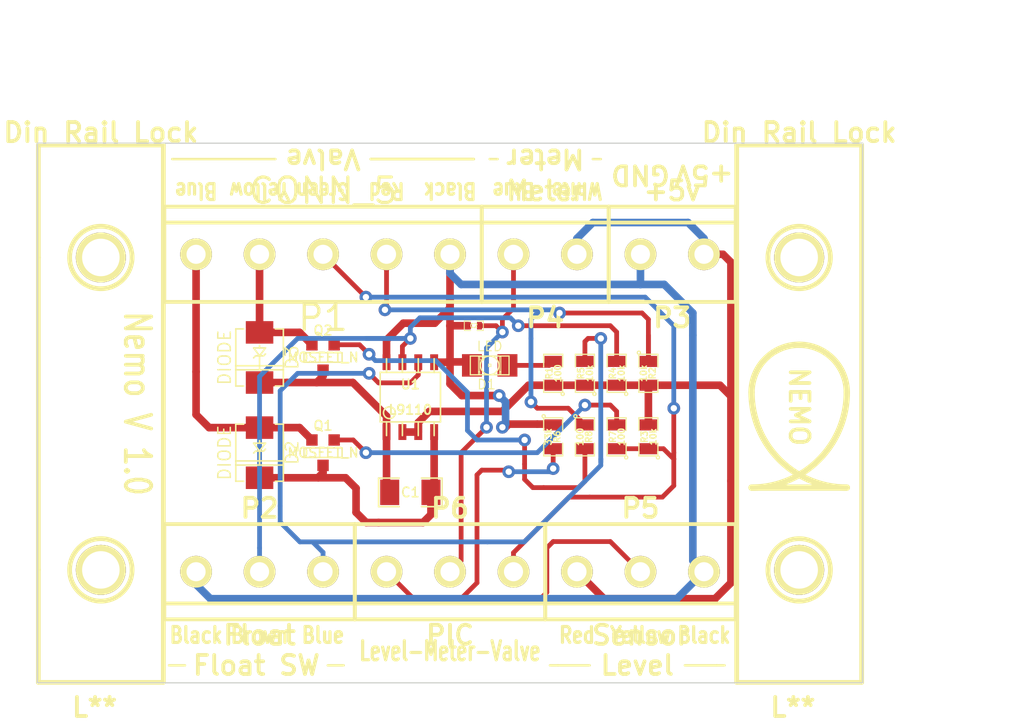
<source format=kicad_pcb>
(kicad_pcb (version 3) (host pcbnew "(2013-07-07 BZR 4022)-stable")

  (general
    (links 43)
    (no_connects 0)
    (area 101.870934 65.857001 190.169714 123.0204)
    (thickness 1.6)
    (drawings 47)
    (tracks 238)
    (zones 0)
    (modules 24)
    (nets 16)
  )

  (page A4)
  (layers
    (15 F.Cu signal)
    (0 B.Cu signal)
    (16 B.Adhes user)
    (17 F.Adhes user)
    (18 B.Paste user)
    (19 F.Paste user)
    (20 B.SilkS user)
    (21 F.SilkS user)
    (22 B.Mask user)
    (23 F.Mask user)
    (24 Dwgs.User user)
    (25 Cmts.User user)
    (26 Eco1.User user)
    (27 Eco2.User user)
    (28 Edge.Cuts user)
  )

  (setup
    (last_trace_width 0.254)
    (user_trace_width 0.381)
    (user_trace_width 0.6096)
    (trace_clearance 0.254)
    (zone_clearance 0.508)
    (zone_45_only no)
    (trace_min 0.00762)
    (segment_width 0.2)
    (edge_width 0.1)
    (via_size 0.889)
    (via_drill 0.635)
    (via_min_size 0.03556)
    (via_min_drill 0.508)
    (user_via 1.016 0.508)
    (uvia_size 0.508)
    (uvia_drill 0.127)
    (uvias_allowed no)
    (uvia_min_size 0.02032)
    (uvia_min_drill 0.127)
    (pcb_text_width 0.3)
    (pcb_text_size 1.5 1.5)
    (mod_edge_width 0.15)
    (mod_text_size 1 1)
    (mod_text_width 0.15)
    (pad_size 2.54 2.54)
    (pad_drill 1.524)
    (pad_to_mask_clearance 0)
    (aux_axis_origin 0 0)
    (visible_elements 7FFFFFEF)
    (pcbplotparams
      (layerselection 283148289)
      (usegerberextensions true)
      (excludeedgelayer true)
      (linewidth 0.150000)
      (plotframeref false)
      (viasonmask false)
      (mode 1)
      (useauxorigin false)
      (hpglpennumber 1)
      (hpglpenspeed 20)
      (hpglpendiameter 15)
      (hpglpenoverlay 2)
      (psnegative false)
      (psa4output false)
      (plotreference false)
      (plotvalue false)
      (plotothertext false)
      (plotinvisibletext false)
      (padsonsilk false)
      (subtractmaskfromsilk false)
      (outputformat 1)
      (mirror false)
      (drillshape 0)
      (scaleselection 1)
      (outputdirectory ""))
  )

  (net 0 "")
  (net 1 +5V)
  (net 2 GND)
  (net 3 N-000001)
  (net 4 N-0000015)
  (net 5 N-0000016)
  (net 6 N-0000017)
  (net 7 N-0000018)
  (net 8 N-0000019)
  (net 9 N-0000020)
  (net 10 N-000003)
  (net 11 N-000004)
  (net 12 N-000005)
  (net 13 N-000007)
  (net 14 N-000008)
  (net 15 N-000009)

  (net_class Default "This is the default net class."
    (clearance 0.254)
    (trace_width 0.254)
    (via_dia 0.889)
    (via_drill 0.635)
    (uvia_dia 0.508)
    (uvia_drill 0.127)
    (add_net "")
    (add_net +5V)
    (add_net GND)
    (add_net N-000001)
    (add_net N-0000015)
    (add_net N-0000016)
    (add_net N-0000017)
    (add_net N-0000018)
    (add_net N-0000019)
    (add_net N-0000020)
    (add_net N-000003)
    (add_net N-000004)
    (add_net N-000005)
    (add_net N-000007)
    (add_net N-000008)
    (add_net N-000009)
  )

  (module SOT23GDS (layer F.Cu) (tedit 50911E03) (tstamp 57934A1A)
    (at 131.064 94.107)
    (descr "Module CMS SOT23 Transistore EBC")
    (tags "CMS SOT")
    (path /579084CF)
    (attr smd)
    (fp_text reference Q2 (at 0 -2.159) (layer F.SilkS)
      (effects (font (size 0.762 0.762) (thickness 0.12954)))
    )
    (fp_text value MOSFET_N (at 0 0) (layer F.SilkS)
      (effects (font (size 0.762 0.762) (thickness 0.12954)))
    )
    (fp_line (start -1.524 -0.381) (end 1.524 -0.381) (layer F.SilkS) (width 0.11938))
    (fp_line (start 1.524 -0.381) (end 1.524 0.381) (layer F.SilkS) (width 0.11938))
    (fp_line (start 1.524 0.381) (end -1.524 0.381) (layer F.SilkS) (width 0.11938))
    (fp_line (start -1.524 0.381) (end -1.524 -0.381) (layer F.SilkS) (width 0.11938))
    (pad S smd rect (at -0.889 -1.016) (size 0.9144 0.9144)
      (layers F.Cu F.Paste F.Mask)
      (net 5 N-0000016)
    )
    (pad G smd rect (at 0.889 -1.016) (size 0.9144 0.9144)
      (layers F.Cu F.Paste F.Mask)
      (net 14 N-000008)
    )
    (pad D smd rect (at 0 1.016) (size 0.9144 0.9144)
      (layers F.Cu F.Paste F.Mask)
      (net 9 N-0000020)
    )
    (model smd/cms_sot23.wrl
      (at (xyz 0 0 0))
      (scale (xyz 0.13 0.15 0.15))
      (rotate (xyz 0 0 0))
    )
  )

  (module SOT23GDS (layer F.Cu) (tedit 50911E03) (tstamp 57934A25)
    (at 131.064 101.727)
    (descr "Module CMS SOT23 Transistore EBC")
    (tags "CMS SOT")
    (path /57908404)
    (attr smd)
    (fp_text reference Q1 (at 0 -2.159) (layer F.SilkS)
      (effects (font (size 0.762 0.762) (thickness 0.12954)))
    )
    (fp_text value MOSFET_N (at 0 0) (layer F.SilkS)
      (effects (font (size 0.762 0.762) (thickness 0.12954)))
    )
    (fp_line (start -1.524 -0.381) (end 1.524 -0.381) (layer F.SilkS) (width 0.11938))
    (fp_line (start 1.524 -0.381) (end 1.524 0.381) (layer F.SilkS) (width 0.11938))
    (fp_line (start 1.524 0.381) (end -1.524 0.381) (layer F.SilkS) (width 0.11938))
    (fp_line (start -1.524 0.381) (end -1.524 -0.381) (layer F.SilkS) (width 0.11938))
    (pad S smd rect (at -0.889 -1.016) (size 0.9144 0.9144)
      (layers F.Cu F.Paste F.Mask)
      (net 15 N-000009)
    )
    (pad G smd rect (at 0.889 -1.016) (size 0.9144 0.9144)
      (layers F.Cu F.Paste F.Mask)
      (net 12 N-000005)
    )
    (pad D smd rect (at 0 1.016) (size 0.9144 0.9144)
      (layers F.Cu F.Paste F.Mask)
      (net 4 N-0000015)
    )
    (model smd/cms_sot23.wrl
      (at (xyz 0 0 0))
      (scale (xyz 0.13 0.15 0.15))
      (rotate (xyz 0 0 0))
    )
  )

  (module so-8 (layer F.Cu) (tedit 48A6C16E) (tstamp 57934A3E)
    (at 138.049 97.282)
    (descr SO-8)
    (path /57907AD3)
    (attr smd)
    (fp_text reference U1 (at 0 -1.016) (layer F.SilkS)
      (effects (font (size 0.7493 0.7493) (thickness 0.14986)))
    )
    (fp_text value L9110 (at 0 1.016) (layer F.SilkS)
      (effects (font (size 0.7493 0.7493) (thickness 0.14986)))
    )
    (fp_line (start -2.413 -1.9812) (end -2.413 1.9812) (layer F.SilkS) (width 0.127))
    (fp_line (start -2.413 1.9812) (end 2.413 1.9812) (layer F.SilkS) (width 0.127))
    (fp_line (start 2.413 1.9812) (end 2.413 -1.9812) (layer F.SilkS) (width 0.127))
    (fp_line (start 2.413 -1.9812) (end -2.413 -1.9812) (layer F.SilkS) (width 0.127))
    (fp_line (start -1.905 -1.9812) (end -1.905 -3.0734) (layer F.SilkS) (width 0.127))
    (fp_line (start -0.635 -1.9812) (end -0.635 -3.0734) (layer F.SilkS) (width 0.127))
    (fp_line (start 0.635 -1.9812) (end 0.635 -3.0734) (layer F.SilkS) (width 0.127))
    (fp_line (start 1.905 -3.0734) (end 1.905 -1.9812) (layer F.SilkS) (width 0.127))
    (fp_line (start 1.905 1.9812) (end 1.905 3.0734) (layer F.SilkS) (width 0.127))
    (fp_line (start 0.635 3.0734) (end 0.635 1.9812) (layer F.SilkS) (width 0.127))
    (fp_line (start -0.635 3.0734) (end -0.635 1.9812) (layer F.SilkS) (width 0.127))
    (fp_line (start -1.905 3.0734) (end -1.905 1.9812) (layer F.SilkS) (width 0.127))
    (fp_circle (center -1.6764 1.2446) (end -1.9558 1.6256) (layer F.SilkS) (width 0.127))
    (pad 1 smd rect (at -1.905 2.794) (size 0.635 1.27)
      (layers F.Cu F.Paste F.Mask)
      (net 9 N-0000020)
    )
    (pad 2 smd rect (at -0.635 2.794) (size 0.635 1.27)
      (layers F.Cu F.Paste F.Mask)
      (net 1 +5V)
    )
    (pad 3 smd rect (at 0.635 2.794) (size 0.635 1.27)
      (layers F.Cu F.Paste F.Mask)
      (net 1 +5V)
    )
    (pad 4 smd rect (at 1.905 2.794) (size 0.635 1.27)
      (layers F.Cu F.Paste F.Mask)
      (net 4 N-0000015)
    )
    (pad 5 smd rect (at 1.905 -2.794) (size 0.635 1.27)
      (layers F.Cu F.Paste F.Mask)
      (net 2 GND)
    )
    (pad 6 smd rect (at 0.635 -2.794) (size 0.635 1.27)
      (layers F.Cu F.Paste F.Mask)
      (net 7 N-0000018)
    )
    (pad 7 smd rect (at -0.635 -2.794) (size 0.635 1.27)
      (layers F.Cu F.Paste F.Mask)
      (net 6 N-0000017)
    )
    (pad 8 smd rect (at -1.905 -2.794) (size 0.635 1.27)
      (layers F.Cu F.Paste F.Mask)
      (net 2 GND)
    )
    (model smd/smd_dil/so-8.wrl
      (at (xyz 0 0 0))
      (scale (xyz 1 1 1))
      (rotate (xyz 0 0 0))
    )
  )

  (module SM1206 (layer F.Cu) (tedit 42806E24) (tstamp 57934A4A)
    (at 138.049 104.902)
    (path /577A0FF0)
    (attr smd)
    (fp_text reference C1 (at 0 0) (layer F.SilkS)
      (effects (font (size 0.762 0.762) (thickness 0.127)))
    )
    (fp_text value 0.1uF (at 0 0) (layer F.SilkS) hide
      (effects (font (size 0.762 0.762) (thickness 0.127)))
    )
    (fp_line (start -2.54 -1.143) (end -2.54 1.143) (layer F.SilkS) (width 0.127))
    (fp_line (start -2.54 1.143) (end -0.889 1.143) (layer F.SilkS) (width 0.127))
    (fp_line (start 0.889 -1.143) (end 2.54 -1.143) (layer F.SilkS) (width 0.127))
    (fp_line (start 2.54 -1.143) (end 2.54 1.143) (layer F.SilkS) (width 0.127))
    (fp_line (start 2.54 1.143) (end 0.889 1.143) (layer F.SilkS) (width 0.127))
    (fp_line (start -0.889 -1.143) (end -2.54 -1.143) (layer F.SilkS) (width 0.127))
    (pad 1 smd rect (at -1.651 0) (size 1.524 2.032)
      (layers F.Cu F.Paste F.Mask)
      (net 9 N-0000020)
    )
    (pad 2 smd rect (at 1.651 0) (size 1.524 2.032)
      (layers F.Cu F.Paste F.Mask)
      (net 4 N-0000015)
    )
    (model smd/chip_cms.wrl
      (at (xyz 0 0 0))
      (scale (xyz 0.17 0.16 0.16))
      (rotate (xyz 0 0 0))
    )
  )

  (module SM0805 (layer F.Cu) (tedit 5091495C) (tstamp 57934A57)
    (at 157.099 100.457 90)
    (path /577A1210)
    (attr smd)
    (fp_text reference R3 (at 0 -0.3175 90) (layer F.SilkS)
      (effects (font (size 0.50038 0.50038) (thickness 0.10922)))
    )
    (fp_text value 10k (at 0 0.381 90) (layer F.SilkS)
      (effects (font (size 0.50038 0.50038) (thickness 0.10922)))
    )
    (fp_circle (center -1.651 0.762) (end -1.651 0.635) (layer F.SilkS) (width 0.09906))
    (fp_line (start -0.508 0.762) (end -1.524 0.762) (layer F.SilkS) (width 0.09906))
    (fp_line (start -1.524 0.762) (end -1.524 -0.762) (layer F.SilkS) (width 0.09906))
    (fp_line (start -1.524 -0.762) (end -0.508 -0.762) (layer F.SilkS) (width 0.09906))
    (fp_line (start 0.508 -0.762) (end 1.524 -0.762) (layer F.SilkS) (width 0.09906))
    (fp_line (start 1.524 -0.762) (end 1.524 0.762) (layer F.SilkS) (width 0.09906))
    (fp_line (start 1.524 0.762) (end 0.508 0.762) (layer F.SilkS) (width 0.09906))
    (pad 1 smd rect (at -0.9525 0 90) (size 0.889 1.397)
      (layers F.Cu F.Paste F.Mask)
      (net 10 N-000003)
    )
    (pad 2 smd rect (at 0.9525 0 90) (size 0.889 1.397)
      (layers F.Cu F.Paste F.Mask)
      (net 1 +5V)
    )
    (model smd/chip_cms.wrl
      (at (xyz 0 0 0))
      (scale (xyz 0.1 0.1 0.1))
      (rotate (xyz 0 0 0))
    )
  )

  (module SM0805 (layer F.Cu) (tedit 5091495C) (tstamp 57934A64)
    (at 157.099 95.377 270)
    (path /577A1201)
    (attr smd)
    (fp_text reference R2 (at 0 -0.3175 270) (layer F.SilkS)
      (effects (font (size 0.50038 0.50038) (thickness 0.10922)))
    )
    (fp_text value 10k (at 0 0.381 270) (layer F.SilkS)
      (effects (font (size 0.50038 0.50038) (thickness 0.10922)))
    )
    (fp_circle (center -1.651 0.762) (end -1.651 0.635) (layer F.SilkS) (width 0.09906))
    (fp_line (start -0.508 0.762) (end -1.524 0.762) (layer F.SilkS) (width 0.09906))
    (fp_line (start -1.524 0.762) (end -1.524 -0.762) (layer F.SilkS) (width 0.09906))
    (fp_line (start -1.524 -0.762) (end -0.508 -0.762) (layer F.SilkS) (width 0.09906))
    (fp_line (start 0.508 -0.762) (end 1.524 -0.762) (layer F.SilkS) (width 0.09906))
    (fp_line (start 1.524 -0.762) (end 1.524 0.762) (layer F.SilkS) (width 0.09906))
    (fp_line (start 1.524 0.762) (end 0.508 0.762) (layer F.SilkS) (width 0.09906))
    (pad 1 smd rect (at -0.9525 0 270) (size 0.889 1.397)
      (layers F.Cu F.Paste F.Mask)
      (net 13 N-000007)
    )
    (pad 2 smd rect (at 0.9525 0 270) (size 0.889 1.397)
      (layers F.Cu F.Paste F.Mask)
      (net 1 +5V)
    )
    (model smd/chip_cms.wrl
      (at (xyz 0 0 0))
      (scale (xyz 0.1 0.1 0.1))
      (rotate (xyz 0 0 0))
    )
  )

  (module SM0805 (layer F.Cu) (tedit 5091495C) (tstamp 57934A71)
    (at 154.559 95.377 90)
    (path /577A1520)
    (attr smd)
    (fp_text reference R4 (at 0 -0.3175 90) (layer F.SilkS)
      (effects (font (size 0.50038 0.50038) (thickness 0.10922)))
    )
    (fp_text value 10k (at 0 0.381 90) (layer F.SilkS)
      (effects (font (size 0.50038 0.50038) (thickness 0.10922)))
    )
    (fp_circle (center -1.651 0.762) (end -1.651 0.635) (layer F.SilkS) (width 0.09906))
    (fp_line (start -0.508 0.762) (end -1.524 0.762) (layer F.SilkS) (width 0.09906))
    (fp_line (start -1.524 0.762) (end -1.524 -0.762) (layer F.SilkS) (width 0.09906))
    (fp_line (start -1.524 -0.762) (end -0.508 -0.762) (layer F.SilkS) (width 0.09906))
    (fp_line (start 0.508 -0.762) (end 1.524 -0.762) (layer F.SilkS) (width 0.09906))
    (fp_line (start 1.524 -0.762) (end 1.524 0.762) (layer F.SilkS) (width 0.09906))
    (fp_line (start 1.524 0.762) (end 0.508 0.762) (layer F.SilkS) (width 0.09906))
    (pad 1 smd rect (at -0.9525 0 90) (size 0.889 1.397)
      (layers F.Cu F.Paste F.Mask)
      (net 1 +5V)
    )
    (pad 2 smd rect (at 0.9525 0 90) (size 0.889 1.397)
      (layers F.Cu F.Paste F.Mask)
      (net 6 N-0000017)
    )
    (model smd/chip_cms.wrl
      (at (xyz 0 0 0))
      (scale (xyz 0.1 0.1 0.1))
      (rotate (xyz 0 0 0))
    )
  )

  (module SM0805 (layer F.Cu) (tedit 5091495C) (tstamp 57934A7E)
    (at 152.019 95.377 90)
    (path /577A152F)
    (attr smd)
    (fp_text reference R5 (at 0 -0.3175 90) (layer F.SilkS)
      (effects (font (size 0.50038 0.50038) (thickness 0.10922)))
    )
    (fp_text value 10k (at 0 0.381 90) (layer F.SilkS)
      (effects (font (size 0.50038 0.50038) (thickness 0.10922)))
    )
    (fp_circle (center -1.651 0.762) (end -1.651 0.635) (layer F.SilkS) (width 0.09906))
    (fp_line (start -0.508 0.762) (end -1.524 0.762) (layer F.SilkS) (width 0.09906))
    (fp_line (start -1.524 0.762) (end -1.524 -0.762) (layer F.SilkS) (width 0.09906))
    (fp_line (start -1.524 -0.762) (end -0.508 -0.762) (layer F.SilkS) (width 0.09906))
    (fp_line (start 0.508 -0.762) (end 1.524 -0.762) (layer F.SilkS) (width 0.09906))
    (fp_line (start 1.524 -0.762) (end 1.524 0.762) (layer F.SilkS) (width 0.09906))
    (fp_line (start 1.524 0.762) (end 0.508 0.762) (layer F.SilkS) (width 0.09906))
    (pad 1 smd rect (at -0.9525 0 90) (size 0.889 1.397)
      (layers F.Cu F.Paste F.Mask)
      (net 1 +5V)
    )
    (pad 2 smd rect (at 0.9525 0 90) (size 0.889 1.397)
      (layers F.Cu F.Paste F.Mask)
      (net 7 N-0000018)
    )
    (model smd/chip_cms.wrl
      (at (xyz 0 0 0))
      (scale (xyz 0.1 0.1 0.1))
      (rotate (xyz 0 0 0))
    )
  )

  (module SM0805 (layer F.Cu) (tedit 5091495C) (tstamp 57934A8B)
    (at 149.479 95.377 90)
    (path /577A18E4)
    (attr smd)
    (fp_text reference R1 (at 0 -0.3175 90) (layer F.SilkS)
      (effects (font (size 0.50038 0.50038) (thickness 0.10922)))
    )
    (fp_text value 100 (at 0 0.381 90) (layer F.SilkS)
      (effects (font (size 0.50038 0.50038) (thickness 0.10922)))
    )
    (fp_circle (center -1.651 0.762) (end -1.651 0.635) (layer F.SilkS) (width 0.09906))
    (fp_line (start -0.508 0.762) (end -1.524 0.762) (layer F.SilkS) (width 0.09906))
    (fp_line (start -1.524 0.762) (end -1.524 -0.762) (layer F.SilkS) (width 0.09906))
    (fp_line (start -1.524 -0.762) (end -0.508 -0.762) (layer F.SilkS) (width 0.09906))
    (fp_line (start 0.508 -0.762) (end 1.524 -0.762) (layer F.SilkS) (width 0.09906))
    (fp_line (start 1.524 -0.762) (end 1.524 0.762) (layer F.SilkS) (width 0.09906))
    (fp_line (start 1.524 0.762) (end 0.508 0.762) (layer F.SilkS) (width 0.09906))
    (pad 1 smd rect (at -0.9525 0 90) (size 0.889 1.397)
      (layers F.Cu F.Paste F.Mask)
      (net 1 +5V)
    )
    (pad 2 smd rect (at 0.9525 0 90) (size 0.889 1.397)
      (layers F.Cu F.Paste F.Mask)
      (net 8 N-0000019)
    )
    (model smd/chip_cms.wrl
      (at (xyz 0 0 0))
      (scale (xyz 0.1 0.1 0.1))
      (rotate (xyz 0 0 0))
    )
  )

  (module SM0805 (layer F.Cu) (tedit 5091495C) (tstamp 57934A98)
    (at 152.019 100.457 270)
    (path /5785EE12)
    (attr smd)
    (fp_text reference R8 (at 0 -0.3175 270) (layer F.SilkS)
      (effects (font (size 0.50038 0.50038) (thickness 0.10922)))
    )
    (fp_text value 100 (at 0 0.381 270) (layer F.SilkS)
      (effects (font (size 0.50038 0.50038) (thickness 0.10922)))
    )
    (fp_circle (center -1.651 0.762) (end -1.651 0.635) (layer F.SilkS) (width 0.09906))
    (fp_line (start -0.508 0.762) (end -1.524 0.762) (layer F.SilkS) (width 0.09906))
    (fp_line (start -1.524 0.762) (end -1.524 -0.762) (layer F.SilkS) (width 0.09906))
    (fp_line (start -1.524 -0.762) (end -0.508 -0.762) (layer F.SilkS) (width 0.09906))
    (fp_line (start 0.508 -0.762) (end 1.524 -0.762) (layer F.SilkS) (width 0.09906))
    (fp_line (start 1.524 -0.762) (end 1.524 0.762) (layer F.SilkS) (width 0.09906))
    (fp_line (start 1.524 0.762) (end 0.508 0.762) (layer F.SilkS) (width 0.09906))
    (pad 1 smd rect (at -0.9525 0 270) (size 0.889 1.397)
      (layers F.Cu F.Paste F.Mask)
      (net 13 N-000007)
    )
    (pad 2 smd rect (at 0.9525 0 270) (size 0.889 1.397)
      (layers F.Cu F.Paste F.Mask)
      (net 14 N-000008)
    )
    (model smd/chip_cms.wrl
      (at (xyz 0 0 0))
      (scale (xyz 0.1 0.1 0.1))
      (rotate (xyz 0 0 0))
    )
  )

  (module SM0805 (layer F.Cu) (tedit 5091495C) (tstamp 57934AA5)
    (at 154.559 100.457 90)
    (path /5785E8C6)
    (attr smd)
    (fp_text reference R7 (at 0 -0.3175 90) (layer F.SilkS)
      (effects (font (size 0.50038 0.50038) (thickness 0.10922)))
    )
    (fp_text value 100 (at 0 0.381 90) (layer F.SilkS)
      (effects (font (size 0.50038 0.50038) (thickness 0.10922)))
    )
    (fp_circle (center -1.651 0.762) (end -1.651 0.635) (layer F.SilkS) (width 0.09906))
    (fp_line (start -0.508 0.762) (end -1.524 0.762) (layer F.SilkS) (width 0.09906))
    (fp_line (start -1.524 0.762) (end -1.524 -0.762) (layer F.SilkS) (width 0.09906))
    (fp_line (start -1.524 -0.762) (end -0.508 -0.762) (layer F.SilkS) (width 0.09906))
    (fp_line (start 0.508 -0.762) (end 1.524 -0.762) (layer F.SilkS) (width 0.09906))
    (fp_line (start 1.524 -0.762) (end 1.524 0.762) (layer F.SilkS) (width 0.09906))
    (fp_line (start 1.524 0.762) (end 0.508 0.762) (layer F.SilkS) (width 0.09906))
    (pad 1 smd rect (at -0.9525 0 90) (size 0.889 1.397)
      (layers F.Cu F.Paste F.Mask)
      (net 10 N-000003)
    )
    (pad 2 smd rect (at 0.9525 0 90) (size 0.889 1.397)
      (layers F.Cu F.Paste F.Mask)
      (net 12 N-000005)
    )
    (model smd/chip_cms.wrl
      (at (xyz 0 0 0))
      (scale (xyz 0.1 0.1 0.1))
      (rotate (xyz 0 0 0))
    )
  )

  (module SM0805 (layer F.Cu) (tedit 5091495C) (tstamp 57934AB2)
    (at 149.479 100.457 270)
    (path /577A1E59)
    (attr smd)
    (fp_text reference R6 (at 0 -0.3175 270) (layer F.SilkS)
      (effects (font (size 0.50038 0.50038) (thickness 0.10922)))
    )
    (fp_text value 33k (at 0 0.381 270) (layer F.SilkS)
      (effects (font (size 0.50038 0.50038) (thickness 0.10922)))
    )
    (fp_circle (center -1.651 0.762) (end -1.651 0.635) (layer F.SilkS) (width 0.09906))
    (fp_line (start -0.508 0.762) (end -1.524 0.762) (layer F.SilkS) (width 0.09906))
    (fp_line (start -1.524 0.762) (end -1.524 -0.762) (layer F.SilkS) (width 0.09906))
    (fp_line (start -1.524 -0.762) (end -0.508 -0.762) (layer F.SilkS) (width 0.09906))
    (fp_line (start 0.508 -0.762) (end 1.524 -0.762) (layer F.SilkS) (width 0.09906))
    (fp_line (start 1.524 -0.762) (end 1.524 0.762) (layer F.SilkS) (width 0.09906))
    (fp_line (start 1.524 0.762) (end 0.508 0.762) (layer F.SilkS) (width 0.09906))
    (pad 1 smd rect (at -0.9525 0 270) (size 0.889 1.397)
      (layers F.Cu F.Paste F.Mask)
      (net 2 GND)
    )
    (pad 2 smd rect (at 0.9525 0 270) (size 0.889 1.397)
      (layers F.Cu F.Paste F.Mask)
      (net 3 N-000001)
    )
    (model smd/chip_cms.wrl
      (at (xyz 0 0 0))
      (scale (xyz 0.1 0.1 0.1))
      (rotate (xyz 0 0 0))
    )
  )

  (module SM0402 (layer F.Cu) (tedit 50A4E0BA) (tstamp 57934ABE)
    (at 143.129 91.567)
    (path /577A1BAA)
    (attr smd)
    (fp_text reference C2 (at 0 0) (layer F.SilkS)
      (effects (font (size 0.35052 0.3048) (thickness 0.07112)))
    )
    (fp_text value 1nF (at 0.09906 0) (layer F.SilkS) hide
      (effects (font (size 0.35052 0.3048) (thickness 0.07112)))
    )
    (fp_line (start -0.254 -0.381) (end -0.762 -0.381) (layer F.SilkS) (width 0.07112))
    (fp_line (start -0.762 -0.381) (end -0.762 0.381) (layer F.SilkS) (width 0.07112))
    (fp_line (start -0.762 0.381) (end -0.254 0.381) (layer F.SilkS) (width 0.07112))
    (fp_line (start 0.254 -0.381) (end 0.762 -0.381) (layer F.SilkS) (width 0.07112))
    (fp_line (start 0.762 -0.381) (end 0.762 0.381) (layer F.SilkS) (width 0.07112))
    (fp_line (start 0.762 0.381) (end 0.254 0.381) (layer F.SilkS) (width 0.07112))
    (pad 1 smd rect (at -0.44958 0) (size 0.39878 0.59944)
      (layers F.Cu F.Paste F.Mask)
      (net 2 GND)
    )
    (pad 2 smd rect (at 0.44958 0) (size 0.39878 0.59944)
      (layers F.Cu F.Paste F.Mask)
      (net 11 N-000004)
    )
    (model smd\chip_cms.wrl
      (at (xyz 0 0 0.002))
      (scale (xyz 0.05 0.05 0.05))
      (rotate (xyz 0 0 0))
    )
  )

  (module LED-1206 (layer F.Cu) (tedit 49BFA1FF) (tstamp 57934AE8)
    (at 144.399 94.742 180)
    (descr "LED 1206 smd package")
    (tags "LED1206 SMD")
    (path /577A18A8)
    (attr smd)
    (fp_text reference D1 (at 0.254 -1.524 180) (layer F.SilkS)
      (effects (font (size 0.762 0.762) (thickness 0.0889)))
    )
    (fp_text value LED (at 0 1.524 180) (layer F.SilkS)
      (effects (font (size 0.762 0.762) (thickness 0.0889)))
    )
    (fp_line (start -0.09906 0.09906) (end 0.09906 0.09906) (layer F.SilkS) (width 0.06604))
    (fp_line (start 0.09906 0.09906) (end 0.09906 -0.09906) (layer F.SilkS) (width 0.06604))
    (fp_line (start -0.09906 -0.09906) (end 0.09906 -0.09906) (layer F.SilkS) (width 0.06604))
    (fp_line (start -0.09906 0.09906) (end -0.09906 -0.09906) (layer F.SilkS) (width 0.06604))
    (fp_line (start 0.44958 0.6985) (end 0.79756 0.6985) (layer F.SilkS) (width 0.06604))
    (fp_line (start 0.79756 0.6985) (end 0.79756 0.44958) (layer F.SilkS) (width 0.06604))
    (fp_line (start 0.44958 0.44958) (end 0.79756 0.44958) (layer F.SilkS) (width 0.06604))
    (fp_line (start 0.44958 0.6985) (end 0.44958 0.44958) (layer F.SilkS) (width 0.06604))
    (fp_line (start 0.79756 0.6985) (end 0.89916 0.6985) (layer F.SilkS) (width 0.06604))
    (fp_line (start 0.89916 0.6985) (end 0.89916 -0.49784) (layer F.SilkS) (width 0.06604))
    (fp_line (start 0.79756 -0.49784) (end 0.89916 -0.49784) (layer F.SilkS) (width 0.06604))
    (fp_line (start 0.79756 0.6985) (end 0.79756 -0.49784) (layer F.SilkS) (width 0.06604))
    (fp_line (start 0.79756 -0.54864) (end 0.89916 -0.54864) (layer F.SilkS) (width 0.06604))
    (fp_line (start 0.89916 -0.54864) (end 0.89916 -0.6985) (layer F.SilkS) (width 0.06604))
    (fp_line (start 0.79756 -0.6985) (end 0.89916 -0.6985) (layer F.SilkS) (width 0.06604))
    (fp_line (start 0.79756 -0.54864) (end 0.79756 -0.6985) (layer F.SilkS) (width 0.06604))
    (fp_line (start -0.89916 0.6985) (end -0.79756 0.6985) (layer F.SilkS) (width 0.06604))
    (fp_line (start -0.79756 0.6985) (end -0.79756 -0.49784) (layer F.SilkS) (width 0.06604))
    (fp_line (start -0.89916 -0.49784) (end -0.79756 -0.49784) (layer F.SilkS) (width 0.06604))
    (fp_line (start -0.89916 0.6985) (end -0.89916 -0.49784) (layer F.SilkS) (width 0.06604))
    (fp_line (start -0.89916 -0.54864) (end -0.79756 -0.54864) (layer F.SilkS) (width 0.06604))
    (fp_line (start -0.79756 -0.54864) (end -0.79756 -0.6985) (layer F.SilkS) (width 0.06604))
    (fp_line (start -0.89916 -0.6985) (end -0.79756 -0.6985) (layer F.SilkS) (width 0.06604))
    (fp_line (start -0.89916 -0.54864) (end -0.89916 -0.6985) (layer F.SilkS) (width 0.06604))
    (fp_line (start 0.44958 0.6985) (end 0.59944 0.6985) (layer F.SilkS) (width 0.06604))
    (fp_line (start 0.59944 0.6985) (end 0.59944 0.44958) (layer F.SilkS) (width 0.06604))
    (fp_line (start 0.44958 0.44958) (end 0.59944 0.44958) (layer F.SilkS) (width 0.06604))
    (fp_line (start 0.44958 0.6985) (end 0.44958 0.44958) (layer F.SilkS) (width 0.06604))
    (fp_line (start 1.5494 0.7493) (end -1.5494 0.7493) (layer F.SilkS) (width 0.1016))
    (fp_line (start -1.5494 0.7493) (end -1.5494 -0.7493) (layer F.SilkS) (width 0.1016))
    (fp_line (start -1.5494 -0.7493) (end 1.5494 -0.7493) (layer F.SilkS) (width 0.1016))
    (fp_line (start 1.5494 -0.7493) (end 1.5494 0.7493) (layer F.SilkS) (width 0.1016))
    (fp_arc (start 0 0) (end 0.54864 0.49784) (angle 95.4) (layer F.SilkS) (width 0.1016))
    (fp_arc (start 0 0) (end -0.54864 0.49784) (angle 84.5) (layer F.SilkS) (width 0.1016))
    (fp_arc (start 0 0) (end -0.54864 -0.49784) (angle 95.4) (layer F.SilkS) (width 0.1016))
    (fp_arc (start 0 0) (end 0.54864 -0.49784) (angle 84.5) (layer F.SilkS) (width 0.1016))
    (pad 1 smd rect (at -1.41986 0 180) (size 1.59766 1.80086)
      (layers F.Cu F.Paste F.Mask)
      (net 8 N-0000019)
    )
    (pad 2 smd rect (at 1.41986 0 180) (size 1.59766 1.80086)
      (layers F.Cu F.Paste F.Mask)
      (net 2 GND)
    )
  )

  (module "DO-214AA(SMB)" (layer F.Cu) (tedit 50924A37) (tstamp 57934B00)
    (at 125.984 101.727 270)
    (descr "DO-214AA (SMB)  PACKAGE.")
    (tags "DO-214AA SMB")
    (path /577A10F8)
    (attr smd)
    (fp_text reference D2 (at 0 -2.60096 270) (layer F.SilkS)
      (effects (font (size 1.00076 1.00076) (thickness 0.11938)))
    )
    (fp_text value DIODE (at 0 2.79908 270) (layer F.SilkS)
      (effects (font (size 1.00076 1.00076) (thickness 0.11938)))
    )
    (fp_line (start -0.762 0) (end -0.9652 0) (layer F.SilkS) (width 0.127))
    (fp_line (start -2.286 -1.905) (end 2.286 -1.905) (layer F.SilkS) (width 0.127))
    (fp_line (start 2.286 -1.905) (end 2.286 -1.27) (layer F.SilkS) (width 0.127))
    (fp_line (start 0.6604 1.905) (end 0.6604 -1.905) (layer F.SilkS) (width 0.127))
    (fp_line (start 0.9906 1.905) (end 0.9906 -1.905) (layer F.SilkS) (width 0.127))
    (fp_line (start -2.286 1.27) (end -2.286 1.905) (layer F.SilkS) (width 0.127))
    (fp_line (start -2.286 1.905) (end 2.286 1.905) (layer F.SilkS) (width 0.127))
    (fp_line (start 2.286 1.905) (end 2.286 1.27) (layer F.SilkS) (width 0.127))
    (fp_line (start -2.286 -1.27) (end -2.286 -1.905) (layer F.SilkS) (width 0.127))
    (fp_line (start -0.127 0) (end -0.762 -0.47498) (layer F.SilkS) (width 0.127))
    (fp_line (start -0.762 -0.47498) (end -0.762 0) (layer F.SilkS) (width 0.127))
    (fp_line (start -0.762 0) (end -0.762 0.47498) (layer F.SilkS) (width 0.127))
    (fp_line (start -0.762 0.47498) (end -0.127 0) (layer F.SilkS) (width 0.127))
    (fp_line (start -0.127 0) (end -0.127 -0.3175) (layer F.SilkS) (width 0.127))
    (fp_line (start -0.127 -0.3175) (end -0.28448 -0.47498) (layer F.SilkS) (width 0.127))
    (fp_line (start -0.127 0) (end -0.127 0.3175) (layer F.SilkS) (width 0.127))
    (fp_line (start -0.127 0.3175) (end 0.03048 0.47498) (layer F.SilkS) (width 0.127))
    (fp_line (start -0.127 0) (end 0.98298 0) (layer F.SilkS) (width 0.127))
    (pad 1 smd rect (at -2.0066 0 270) (size 1.80086 2.19964)
      (layers F.Cu F.Paste F.Mask)
      (net 15 N-000009)
    )
    (pad 2 smd rect (at 2.0066 0 270) (size 1.80086 2.19964)
      (layers F.Cu F.Paste F.Mask)
      (net 4 N-0000015)
    )
    (model smd/do214.wrl
      (at (xyz 0 0 0))
      (scale (xyz 1 1 1))
      (rotate (xyz 0 0 0))
    )
  )

  (module "DO-214AA(SMB)" (layer F.Cu) (tedit 50924A37) (tstamp 57934B18)
    (at 125.984 94.107 270)
    (descr "DO-214AA (SMB)  PACKAGE.")
    (tags "DO-214AA SMB")
    (path /577A1116)
    (attr smd)
    (fp_text reference D3 (at 0 -2.60096 270) (layer F.SilkS)
      (effects (font (size 1.00076 1.00076) (thickness 0.11938)))
    )
    (fp_text value DIODE (at 0 2.79908 270) (layer F.SilkS)
      (effects (font (size 1.00076 1.00076) (thickness 0.11938)))
    )
    (fp_line (start -0.762 0) (end -0.9652 0) (layer F.SilkS) (width 0.127))
    (fp_line (start -2.286 -1.905) (end 2.286 -1.905) (layer F.SilkS) (width 0.127))
    (fp_line (start 2.286 -1.905) (end 2.286 -1.27) (layer F.SilkS) (width 0.127))
    (fp_line (start 0.6604 1.905) (end 0.6604 -1.905) (layer F.SilkS) (width 0.127))
    (fp_line (start 0.9906 1.905) (end 0.9906 -1.905) (layer F.SilkS) (width 0.127))
    (fp_line (start -2.286 1.27) (end -2.286 1.905) (layer F.SilkS) (width 0.127))
    (fp_line (start -2.286 1.905) (end 2.286 1.905) (layer F.SilkS) (width 0.127))
    (fp_line (start 2.286 1.905) (end 2.286 1.27) (layer F.SilkS) (width 0.127))
    (fp_line (start -2.286 -1.27) (end -2.286 -1.905) (layer F.SilkS) (width 0.127))
    (fp_line (start -0.127 0) (end -0.762 -0.47498) (layer F.SilkS) (width 0.127))
    (fp_line (start -0.762 -0.47498) (end -0.762 0) (layer F.SilkS) (width 0.127))
    (fp_line (start -0.762 0) (end -0.762 0.47498) (layer F.SilkS) (width 0.127))
    (fp_line (start -0.762 0.47498) (end -0.127 0) (layer F.SilkS) (width 0.127))
    (fp_line (start -0.127 0) (end -0.127 -0.3175) (layer F.SilkS) (width 0.127))
    (fp_line (start -0.127 -0.3175) (end -0.28448 -0.47498) (layer F.SilkS) (width 0.127))
    (fp_line (start -0.127 0) (end -0.127 0.3175) (layer F.SilkS) (width 0.127))
    (fp_line (start -0.127 0.3175) (end 0.03048 0.47498) (layer F.SilkS) (width 0.127))
    (fp_line (start -0.127 0) (end 0.98298 0) (layer F.SilkS) (width 0.127))
    (pad 1 smd rect (at -2.0066 0 270) (size 1.80086 2.19964)
      (layers F.Cu F.Paste F.Mask)
      (net 5 N-0000016)
    )
    (pad 2 smd rect (at 2.0066 0 270) (size 1.80086 2.19964)
      (layers F.Cu F.Paste F.Mask)
      (net 9 N-0000020)
    )
    (model smd/do214.wrl
      (at (xyz 0 0 0))
      (scale (xyz 1 1 1))
      (rotate (xyz 0 0 0))
    )
  )

  (module bornier5 (layer F.Cu) (tedit 5795B7E5) (tstamp 57934B26)
    (at 131.064 85.852 180)
    (descr "Bornier d'alimentation 4 pins")
    (tags DEV)
    (path /577A1024)
    (fp_text reference P1 (at 0 -5.08 180) (layer F.SilkS)
      (effects (font (size 2.032 2.032) (thickness 0.254)))
    )
    (fp_text value CONN_5 (at 0 5.08 180) (layer F.SilkS)
      (effects (font (size 2.032 2.032) (thickness 0.254)))
    )
    (fp_line (start -12.7 3.81) (end 12.7 3.81) (layer F.SilkS) (width 0.3048))
    (fp_line (start -12.7 2.54) (end 12.7 2.54) (layer F.SilkS) (width 0.3048))
    (fp_line (start -12.7 -3.81) (end 12.7 -3.81) (layer F.SilkS) (width 0.3048))
    (fp_line (start 12.7 -3.81) (end 12.7 3.81) (layer F.SilkS) (width 0.3048))
    (fp_line (start -12.7 -3.81) (end -12.7 3.81) (layer F.SilkS) (width 0.3048))
    (pad 2 thru_hole circle (at -5.08 0 180) (size 2.54 2.54) (drill 1.524)
      (layers *.Cu *.Mask F.SilkS)
      (net 13 N-000007)
    )
    (pad 3 thru_hole circle (at 0 0 180) (size 2.54 2.54) (drill 1.524)
      (layers *.Cu *.Mask F.SilkS)
      (net 10 N-000003)
    )
    (pad 1 thru_hole circle (at -10.16 0 180) (size 2.54 2.54) (drill 1.524)
      (layers *.Cu *.Mask F.SilkS)
      (net 2 GND)
    )
    (pad 4 thru_hole circle (at 5.08 0 180) (size 2.54 2.54) (drill 1.524)
      (layers *.Cu *.Mask F.SilkS)
      (net 5 N-0000016)
    )
    (pad 5 thru_hole circle (at 10.16 0 180) (size 2.54 2.54) (drill 1.524)
      (layers *.Cu *.Mask F.SilkS)
      (net 15 N-000009)
    )
    (model device/bornier_5.wrl
      (at (xyz 0 0 0))
      (scale (xyz 1 1 1))
      (rotate (xyz 0 0 0))
    )
  )

  (module bornier3 (layer F.Cu) (tedit 3EC0ECFA) (tstamp 57934B32)
    (at 141.224 111.252)
    (descr "Bornier d'alimentation 3 pins")
    (tags DEV)
    (path /577A1A2C)
    (fp_text reference P6 (at 0 -5.08) (layer F.SilkS)
      (effects (font (size 1.524 1.524) (thickness 0.3048)))
    )
    (fp_text value PIC (at 0 5.08) (layer F.SilkS)
      (effects (font (size 1.524 1.524) (thickness 0.3048)))
    )
    (fp_line (start -7.62 3.81) (end -7.62 -3.81) (layer F.SilkS) (width 0.3048))
    (fp_line (start 7.62 3.81) (end 7.62 -3.81) (layer F.SilkS) (width 0.3048))
    (fp_line (start -7.62 2.54) (end 7.62 2.54) (layer F.SilkS) (width 0.3048))
    (fp_line (start -7.62 -3.81) (end 7.62 -3.81) (layer F.SilkS) (width 0.3048))
    (fp_line (start -7.62 3.81) (end 7.62 3.81) (layer F.SilkS) (width 0.3048))
    (pad 1 thru_hole circle (at -5.08 0) (size 2.54 2.54) (drill 1.524)
      (layers *.Cu *.Mask F.SilkS)
      (net 3 N-000001)
    )
    (pad 2 thru_hole circle (at 0 0) (size 2.54 2.54) (drill 1.524)
      (layers *.Cu *.Mask F.SilkS)
      (net 11 N-000004)
    )
    (pad 3 thru_hole circle (at 5.08 0) (size 2.54 2.54) (drill 1.524)
      (layers *.Cu *.Mask F.SilkS)
      (net 10 N-000003)
    )
    (model device/bornier_3.wrl
      (at (xyz 0 0 0))
      (scale (xyz 1 1 1))
      (rotate (xyz 0 0 0))
    )
  )

  (module bornier3 (layer F.Cu) (tedit 3EC0ECFA) (tstamp 57934B3E)
    (at 156.464 111.252)
    (descr "Bornier d'alimentation 3 pins")
    (tags DEV)
    (path /577A1A13)
    (fp_text reference P5 (at 0 -5.08) (layer F.SilkS)
      (effects (font (size 1.524 1.524) (thickness 0.3048)))
    )
    (fp_text value Sensor (at 0 5.08) (layer F.SilkS)
      (effects (font (size 1.524 1.524) (thickness 0.3048)))
    )
    (fp_line (start -7.62 3.81) (end -7.62 -3.81) (layer F.SilkS) (width 0.3048))
    (fp_line (start 7.62 3.81) (end 7.62 -3.81) (layer F.SilkS) (width 0.3048))
    (fp_line (start -7.62 2.54) (end 7.62 2.54) (layer F.SilkS) (width 0.3048))
    (fp_line (start -7.62 -3.81) (end 7.62 -3.81) (layer F.SilkS) (width 0.3048))
    (fp_line (start -7.62 3.81) (end 7.62 3.81) (layer F.SilkS) (width 0.3048))
    (pad 1 thru_hole circle (at -5.08 0) (size 2.54 2.54) (drill 1.524)
      (layers *.Cu *.Mask F.SilkS)
      (net 1 +5V)
    )
    (pad 2 thru_hole circle (at 0 0) (size 2.54 2.54) (drill 1.524)
      (layers *.Cu *.Mask F.SilkS)
      (net 3 N-000001)
    )
    (pad 3 thru_hole circle (at 5.08 0) (size 2.54 2.54) (drill 1.524)
      (layers *.Cu *.Mask F.SilkS)
      (net 2 GND)
    )
    (model device/bornier_3.wrl
      (at (xyz 0 0 0))
      (scale (xyz 1 1 1))
      (rotate (xyz 0 0 0))
    )
  )

  (module bornier3 (layer F.Cu) (tedit 3EC0ECFA) (tstamp 5795B7AC)
    (at 125.984 111.252)
    (descr "Bornier d'alimentation 3 pins")
    (tags DEV)
    (path /577A14B5)
    (fp_text reference P2 (at 0 -5.08) (layer F.SilkS)
      (effects (font (size 1.524 1.524) (thickness 0.3048)))
    )
    (fp_text value Float (at 0 5.08) (layer F.SilkS)
      (effects (font (size 1.524 1.524) (thickness 0.3048)))
    )
    (fp_line (start -7.62 3.81) (end -7.62 -3.81) (layer F.SilkS) (width 0.3048))
    (fp_line (start 7.62 3.81) (end 7.62 -3.81) (layer F.SilkS) (width 0.3048))
    (fp_line (start -7.62 2.54) (end 7.62 2.54) (layer F.SilkS) (width 0.3048))
    (fp_line (start -7.62 -3.81) (end 7.62 -3.81) (layer F.SilkS) (width 0.3048))
    (fp_line (start -7.62 3.81) (end 7.62 3.81) (layer F.SilkS) (width 0.3048))
    (pad 1 thru_hole circle (at -5.08 0) (size 2.54 2.54) (drill 1.524)
      (layers *.Cu *.Mask F.SilkS)
      (net 2 GND)
    )
    (pad 2 thru_hole circle (at 0 0) (size 2.54 2.54) (drill 1.524)
      (layers *.Cu *.Mask F.SilkS)
      (net 6 N-0000017)
    )
    (pad 3 thru_hole circle (at 5.08 0) (size 2.54 2.54) (drill 1.524)
      (layers *.Cu *.Mask F.SilkS)
      (net 7 N-0000018)
    )
    (model device/bornier_3.wrl
      (at (xyz 0 0 0))
      (scale (xyz 1 1 1))
      (rotate (xyz 0 0 0))
    )
  )

  (module bornier2 (layer F.Cu) (tedit 5795B7E1) (tstamp 57934B55)
    (at 148.844 85.852 180)
    (descr "Bornier d'alimentation 2 pins")
    (tags DEV)
    (path /577A19F0)
    (fp_text reference P4 (at 0 -5.08 180) (layer F.SilkS)
      (effects (font (size 1.524 1.524) (thickness 0.3048)))
    )
    (fp_text value Meter (at 0 5.08 180) (layer F.SilkS)
      (effects (font (size 1.524 1.524) (thickness 0.3048)))
    )
    (fp_line (start 5.08 2.54) (end -5.08 2.54) (layer F.SilkS) (width 0.3048))
    (fp_line (start 5.08 3.81) (end 5.08 -3.81) (layer F.SilkS) (width 0.3048))
    (fp_line (start 5.08 -3.81) (end -5.08 -3.81) (layer F.SilkS) (width 0.3048))
    (fp_line (start -5.08 -3.81) (end -5.08 3.81) (layer F.SilkS) (width 0.3048))
    (fp_line (start -5.08 3.81) (end 5.08 3.81) (layer F.SilkS) (width 0.3048))
    (pad 1 thru_hole circle (at -2.54 0 180) (size 2.54 2.54) (drill 1.524)
      (layers *.Cu *.Mask F.SilkS)
      (net 1 +5V)
    )
    (pad 2 thru_hole circle (at 2.54 0 180) (size 2.54 2.54) (drill 1.524)
      (layers *.Cu *.Mask F.SilkS)
      (net 11 N-000004)
    )
    (model device/bornier_2.wrl
      (at (xyz 0 0 0))
      (scale (xyz 1 1 1))
      (rotate (xyz 0 0 0))
    )
  )

  (module bornier2 (layer F.Cu) (tedit 5795B7DD) (tstamp 5795B7FC)
    (at 159.004 85.852 180)
    (descr "Bornier d'alimentation 2 pins")
    (tags DEV)
    (path /577A17D5)
    (fp_text reference P3 (at 0 -5.08 180) (layer F.SilkS)
      (effects (font (size 1.524 1.524) (thickness 0.3048)))
    )
    (fp_text value +5v (at 0 5.08 180) (layer F.SilkS)
      (effects (font (size 1.524 1.524) (thickness 0.3048)))
    )
    (fp_line (start 5.08 2.54) (end -5.08 2.54) (layer F.SilkS) (width 0.3048))
    (fp_line (start 5.08 3.81) (end 5.08 -3.81) (layer F.SilkS) (width 0.3048))
    (fp_line (start 5.08 -3.81) (end -5.08 -3.81) (layer F.SilkS) (width 0.3048))
    (fp_line (start -5.08 -3.81) (end -5.08 3.81) (layer F.SilkS) (width 0.3048))
    (fp_line (start -5.08 3.81) (end 5.08 3.81) (layer F.SilkS) (width 0.3048))
    (pad 1 thru_hole circle (at -2.54 0 180) (size 2.54 2.54) (drill 1.524)
      (layers *.Cu *.Mask F.SilkS)
      (net 1 +5V)
    )
    (pad 2 thru_hole circle (at 2.54 0 180) (size 2.54 2.54) (drill 1.524)
      (layers *.Cu *.Mask F.SilkS)
      (net 2 GND)
    )
    (model device/bornier_2.wrl
      (at (xyz 0 0 0))
      (scale (xyz 1 1 1))
      (rotate (xyz 0 0 0))
    )
  )

  (module Din_Rail_Lock (layer F.Cu) (tedit 57909CBA) (tstamp 57942BFC)
    (at 169.164 86.106)
    (fp_text reference "Din Rail Lock" (at 0 -10) (layer F.SilkS)
      (effects (font (size 1.524 1.524) (thickness 0.3048)))
    )
    (fp_text value L** (at -0.5 36) (layer F.SilkS)
      (effects (font (size 1.524 1.524) (thickness 0.3048)))
    )
    (fp_circle (center 0 25) (end 1.5 27) (layer F.SilkS) (width 0.381))
    (fp_circle (center 0 0) (end 2 1.5) (layer F.SilkS) (width 0.381))
    (fp_line (start -5 -9) (end -5 0) (layer F.SilkS) (width 0.381))
    (fp_line (start -5 34) (end 5 34) (layer F.SilkS) (width 0.381))
    (fp_line (start 5 34) (end 5 -9) (layer F.SilkS) (width 0.381))
    (fp_line (start -5 0) (end -5 25) (layer F.SilkS) (width 0.381))
    (fp_line (start -5 25) (end -5 34) (layer F.SilkS) (width 0.381))
    (fp_line (start 0 -9) (end -5 -9) (layer F.SilkS) (width 0.381))
    (fp_line (start 0 -9) (end 5 -9) (layer F.SilkS) (width 0.381))
    (pad 1 thru_hole circle (at 0 0) (size 4.0005 4.0005) (drill 3)
      (layers *.Cu *.Mask F.SilkS)
    )
    (pad 2 thru_hole circle (at 0 25) (size 4.0005 4.0005) (drill 3)
      (layers *.Cu *.Mask F.SilkS)
    )
  )

  (module Din_Rail_Lock (layer F.Cu) (tedit 57909CBA) (tstamp 57942C1B)
    (at 113.284 86.106)
    (fp_text reference "Din Rail Lock" (at 0 -10) (layer F.SilkS)
      (effects (font (size 1.524 1.524) (thickness 0.3048)))
    )
    (fp_text value L** (at -0.5 36) (layer F.SilkS)
      (effects (font (size 1.524 1.524) (thickness 0.3048)))
    )
    (fp_circle (center 0 25) (end 1.5 27) (layer F.SilkS) (width 0.381))
    (fp_circle (center 0 0) (end 2 1.5) (layer F.SilkS) (width 0.381))
    (fp_line (start -5 -9) (end -5 0) (layer F.SilkS) (width 0.381))
    (fp_line (start -5 34) (end 5 34) (layer F.SilkS) (width 0.381))
    (fp_line (start 5 34) (end 5 -9) (layer F.SilkS) (width 0.381))
    (fp_line (start -5 0) (end -5 25) (layer F.SilkS) (width 0.381))
    (fp_line (start -5 25) (end -5 34) (layer F.SilkS) (width 0.381))
    (fp_line (start 0 -9) (end -5 -9) (layer F.SilkS) (width 0.381))
    (fp_line (start 0 -9) (end 5 -9) (layer F.SilkS) (width 0.381))
    (pad 1 thru_hole circle (at 0 0) (size 4.0005 4.0005) (drill 3)
      (layers *.Cu *.Mask F.SilkS)
    )
    (pad 2 thru_hole circle (at 0 25) (size 4.0005 4.0005) (drill 3)
      (layers *.Cu *.Mask F.SilkS)
    )
  )

  (gr_text NEMO (at 169.164 98.044 270) (layer F.SilkS)
    (effects (font (size 1.5 1.5) (thickness 0.3)))
  )
  (gr_line (start 165.354 104.521) (end 172.974 104.521) (angle 90) (layer F.SilkS) (width 0.508))
  (gr_arc (start 172.974 96.901) (end 172.974 104.521) (angle 90) (layer F.SilkS) (width 0.508))
  (gr_arc (start 165.354 96.901) (end 172.974 96.901) (angle 90) (layer F.SilkS) (width 0.508))
  (gr_arc (start 169.164 96.901) (end 169.164 93.091) (angle 90) (layer F.SilkS) (width 0.508))
  (gr_arc (start 169.164 96.901) (end 165.354 96.901) (angle 90) (layer F.SilkS) (width 0.508))
  (gr_line (start 162.56 118.745) (end 163.195 118.745) (angle 90) (layer F.SilkS) (width 0.2))
  (gr_line (start 149.86 118.745) (end 149.225 118.745) (angle 90) (layer F.SilkS) (width 0.2))
  (gr_line (start 160.02 118.745) (end 162.56 118.745) (angle 90) (layer F.SilkS) (width 0.2))
  (gr_line (start 152.4 118.745) (end 149.86 118.745) (angle 90) (layer F.SilkS) (width 0.2))
  (gr_line (start 120.015 118.745) (end 118.745 118.745) (angle 90) (layer F.SilkS) (width 0.2))
  (gr_line (start 131.445 118.745) (end 132.715 118.745) (angle 90) (layer F.SilkS) (width 0.2))
  (dimension 43.18 (width 0.3) (layer Dwgs.User)
    (gr_text "1.7000 in" (at 184.483999 98.552 270) (layer Dwgs.User)
      (effects (font (size 1.5 1.5) (thickness 0.3)))
    )
    (feature1 (pts (xy 179.959 120.142) (xy 185.833999 120.142)))
    (feature2 (pts (xy 179.959 76.962) (xy 185.833999 76.962)))
    (crossbar (pts (xy 183.133999 76.962) (xy 183.133999 120.142)))
    (arrow1a (pts (xy 183.133999 120.142) (xy 182.547579 119.015497)))
    (arrow1b (pts (xy 183.133999 120.142) (xy 183.720419 119.015497)))
    (arrow2a (pts (xy 183.133999 76.962) (xy 182.547579 78.088503)))
    (arrow2b (pts (xy 183.133999 76.962) (xy 183.720419 78.088503)))
  )
  (dimension 43.18 (width 0.3) (layer Dwgs.User)
    (gr_text "43.180 mm" (at 178.768999 98.552 270) (layer Dwgs.User)
      (effects (font (size 1.5 1.5) (thickness 0.3)))
    )
    (feature1 (pts (xy 174.244 120.142) (xy 180.118999 120.142)))
    (feature2 (pts (xy 174.244 76.962) (xy 180.118999 76.962)))
    (crossbar (pts (xy 177.418999 76.962) (xy 177.418999 120.142)))
    (arrow1a (pts (xy 177.418999 120.142) (xy 176.832579 119.015497)))
    (arrow1b (pts (xy 177.418999 120.142) (xy 178.005419 119.015497)))
    (arrow2a (pts (xy 177.418999 76.962) (xy 176.832579 78.088503)))
    (arrow2b (pts (xy 177.418999 76.962) (xy 178.005419 78.088503)))
  )
  (dimension 66.04 (width 0.3) (layer Dwgs.User)
    (gr_text "2.6000 in" (at 141.224 67.357001) (layer Dwgs.User)
      (effects (font (size 1.5 1.5) (thickness 0.3)))
    )
    (feature1 (pts (xy 174.244 71.247) (xy 174.244 66.007001)))
    (feature2 (pts (xy 108.204 71.247) (xy 108.204 66.007001)))
    (crossbar (pts (xy 108.204 68.707001) (xy 174.244 68.707001)))
    (arrow1a (pts (xy 174.244 68.707001) (xy 173.117497 69.293421)))
    (arrow1b (pts (xy 174.244 68.707001) (xy 173.117497 68.120581)))
    (arrow2a (pts (xy 108.204 68.707001) (xy 109.330503 69.293421)))
    (arrow2b (pts (xy 108.204 68.707001) (xy 109.330503 68.120581)))
  )
  (dimension 66.04 (width 0.3) (layer Dwgs.User)
    (gr_text "66.040 mm" (at 141.224 72.437001) (layer Dwgs.User)
      (effects (font (size 1.5 1.5) (thickness 0.3)))
    )
    (feature1 (pts (xy 174.244 76.962) (xy 174.244 71.087001)))
    (feature2 (pts (xy 108.204 76.962) (xy 108.204 71.087001)))
    (crossbar (pts (xy 108.204 73.787001) (xy 174.244 73.787001)))
    (arrow1a (pts (xy 174.244 73.787001) (xy 173.117497 74.373421)))
    (arrow1b (pts (xy 174.244 73.787001) (xy 173.117497 73.200581)))
    (arrow2a (pts (xy 108.204 73.787001) (xy 109.330503 74.373421)))
    (arrow2b (pts (xy 108.204 73.787001) (xy 109.330503 73.200581)))
  )
  (gr_line (start 108.204 120.142) (end 108.204 76.962) (angle 90) (layer Edge.Cuts) (width 0.1))
  (gr_line (start 174.244 120.142) (end 108.204 120.142) (angle 90) (layer Edge.Cuts) (width 0.1))
  (gr_line (start 174.244 76.962) (end 174.244 120.142) (angle 90) (layer Edge.Cuts) (width 0.1))
  (gr_line (start 108.204 76.962) (end 174.244 76.962) (angle 90) (layer Edge.Cuts) (width 0.1))
  (gr_text "Nemo V 1.0" (at 116.205 97.79 270) (layer F.SilkS)
    (effects (font (size 2.032 1.651) (thickness 0.3)))
  )
  (gr_text Level-Meter-Valve (at 141.224 117.602) (layer F.SilkS)
    (effects (font (size 1.524 1.016) (thickness 0.254)))
  )
  (gr_text Black (at 161.544 116.332) (layer F.SilkS)
    (effects (font (size 1.27 1.016) (thickness 0.254)))
  )
  (gr_text Yellow (at 156.464 116.332) (layer F.SilkS)
    (effects (font (size 1.27 1.016) (thickness 0.254)))
  )
  (gr_text Red (at 151.384 116.332) (layer F.SilkS)
    (effects (font (size 1.27 1.016) (thickness 0.254)))
  )
  (gr_text Level (at 156.21 118.745) (layer F.SilkS)
    (effects (font (size 1.524 1.524) (thickness 0.3)))
  )
  (gr_text Brown (at 125.984 116.332) (layer F.SilkS)
    (effects (font (size 1.27 1.016) (thickness 0.254)))
  )
  (gr_text Blue (at 131.064 116.332) (layer F.SilkS)
    (effects (font (size 1.27 1.016) (thickness 0.254)))
  )
  (gr_text Black (at 120.904 116.332) (layer F.SilkS)
    (effects (font (size 1.27 1.016) (thickness 0.254)))
  )
  (gr_text "Float SW" (at 125.73 118.745) (layer F.SilkS)
    (effects (font (size 1.524 1.524) (thickness 0.3)))
  )
  (gr_text GND (at 156.464 79.502 180) (layer F.SilkS)
    (effects (font (size 1.524 1.524) (thickness 0.3)))
  )
  (gr_text +5V (at 161.544 79.502 180) (layer F.SilkS)
    (effects (font (size 1.524 1.524) (thickness 0.3)))
  )
  (gr_line (start 152.654 78.232) (end 153.289 78.232) (angle 90) (layer F.SilkS) (width 0.2))
  (gr_line (start 145.034 78.232) (end 144.399 78.232) (angle 90) (layer F.SilkS) (width 0.2))
  (gr_text White (at 151.384 80.772 180) (layer F.SilkS)
    (effects (font (size 1.27 1.016) (thickness 0.254)))
  )
  (gr_text Blue (at 146.304 80.772 180) (layer F.SilkS)
    (effects (font (size 1.27 1.016) (thickness 0.254)))
  )
  (gr_text Meter (at 148.844 78.232 180) (layer F.SilkS)
    (effects (font (size 1.524 1.524) (thickness 0.3)))
  )
  (gr_line (start 127.254 78.232) (end 118.999 78.232) (angle 90) (layer F.SilkS) (width 0.2))
  (gr_line (start 134.874 78.232) (end 143.129 78.232) (angle 90) (layer F.SilkS) (width 0.2))
  (gr_line (start 143.129 78.232) (end 134.874 78.232) (angle 90) (layer F.SilkS) (width 0.2))
  (gr_line (start 134.874 78.232) (end 143.129 78.232) (angle 90) (layer F.SilkS) (width 0.2))
  (gr_text Blue (at 120.904 80.772 180) (layer F.SilkS)
    (effects (font (size 1.27 1.016) (thickness 0.254)))
  )
  (gr_text Yellow (at 125.984 80.772 180) (layer F.SilkS)
    (effects (font (size 1.27 1.016) (thickness 0.254)))
  )
  (gr_text Green (at 131.064 80.772 180) (layer F.SilkS)
    (effects (font (size 1.27 1.016) (thickness 0.254)))
  )
  (gr_text Red (at 136.144 80.772 180) (layer F.SilkS)
    (effects (font (size 1.27 1.016) (thickness 0.254)))
  )
  (gr_text Black (at 141.224 80.772 180) (layer F.SilkS)
    (effects (font (size 1.27 1.016) (thickness 0.254)))
  )
  (gr_text Valve (at 131.064 78.232 180) (layer F.SilkS)
    (effects (font (size 1.524 1.524) (thickness 0.3)))
  )

  (segment (start 162.8267 96.3295) (end 163.703 97.2058) (width 0.6096) (layer F.Cu) (net 1) (tstamp 5794F4AC))
  (segment (start 157.099 96.3295) (end 162.8267 96.3295) (width 0.6096) (layer F.Cu) (net 1))
  (segment (start 163.703 97.2058) (end 163.703 86.487) (width 0.6096) (layer F.Cu) (net 1) (tstamp 5794F4AF))
  (segment (start 163.068 85.852) (end 161.544 85.852) (width 0.6096) (layer F.Cu) (net 1) (tstamp 5794F4A7))
  (segment (start 163.703 86.487) (end 163.068 85.852) (width 0.6096) (layer F.Cu) (net 1) (tstamp 5794F4A6))
  (segment (start 163.703 103.9876) (end 163.703 97.2058) (width 0.6096) (layer F.Cu) (net 1))
  (segment (start 151.384 111.252) (end 153.543 113.411) (width 0.6096) (layer F.Cu) (net 1))
  (segment (start 163.703 112.141) (end 163.703 103.9876) (width 0.6096) (layer F.Cu) (net 1) (tstamp 57942D3F))
  (segment (start 162.433 113.411) (end 163.703 112.141) (width 0.6096) (layer F.Cu) (net 1) (tstamp 57942D3E))
  (segment (start 153.543 113.411) (end 162.433 113.411) (width 0.6096) (layer F.Cu) (net 1) (tstamp 57942D3D))
  (segment (start 157.099 99.5045) (end 157.099 98.8695) (width 0.6096) (layer F.Cu) (net 1))
  (segment (start 157.099 98.8695) (end 157.099 96.3295) (width 0.6096) (layer F.Cu) (net 1) (tstamp 57942C93))
  (segment (start 138.684 100.076) (end 138.684 99.314) (width 0.6096) (layer F.Cu) (net 1))
  (segment (start 147.5105 96.3295) (end 149.479 96.3295) (width 0.6096) (layer F.Cu) (net 1) (tstamp 57942E6A))
  (segment (start 145.415 98.425) (end 147.5105 96.3295) (width 0.6096) (layer F.Cu) (net 1) (tstamp 57942E69))
  (segment (start 139.573 98.425) (end 145.415 98.425) (width 0.6096) (layer F.Cu) (net 1) (tstamp 57942E68))
  (segment (start 138.684 99.314) (end 139.573 98.425) (width 0.6096) (layer F.Cu) (net 1) (tstamp 57942E67))
  (segment (start 154.559 96.3295) (end 157.099 96.3295) (width 0.6096) (layer F.Cu) (net 1))
  (segment (start 152.019 96.3295) (end 154.559 96.3295) (width 0.6096) (layer F.Cu) (net 1))
  (segment (start 149.479 96.3295) (end 152.019 96.3295) (width 0.6096) (layer F.Cu) (net 1))
  (segment (start 137.414 100.076) (end 138.684 100.076) (width 0.6096) (layer F.Cu) (net 1))
  (segment (start 151.384 85.852) (end 151.384 84.582) (width 0.6096) (layer B.Cu) (net 1))
  (segment (start 151.384 84.582) (end 152.654 83.312) (width 0.6096) (layer B.Cu) (net 1) (tstamp 57942C9F))
  (segment (start 152.654 83.312) (end 160.274 83.312) (width 0.6096) (layer B.Cu) (net 1) (tstamp 57942CA0))
  (segment (start 160.274 83.312) (end 161.544 84.582) (width 0.6096) (layer B.Cu) (net 1) (tstamp 57942CA1))
  (segment (start 161.544 84.582) (end 161.544 85.852) (width 0.6096) (layer B.Cu) (net 1) (tstamp 57942CA2))
  (segment (start 156.464 85.852) (end 156.464 88.265) (width 0.6096) (layer B.Cu) (net 2))
  (segment (start 160.655 92.329) (end 160.655 90.551) (width 0.6096) (layer B.Cu) (net 2))
  (segment (start 160.655 90.551) (end 158.369 88.265) (width 0.6096) (layer B.Cu) (net 2) (tstamp 5795B54C))
  (segment (start 158.369 88.265) (end 156.464 88.265) (width 0.6096) (layer B.Cu) (net 2) (tstamp 5795B54D))
  (segment (start 141.224 87.376) (end 141.224 85.852) (width 0.6096) (layer B.Cu) (net 2) (tstamp 5795B54F))
  (segment (start 156.464 88.265) (end 142.113 88.265) (width 0.6096) (layer B.Cu) (net 2) (tstamp 5795B554))
  (segment (start 142.113 88.265) (end 141.224 87.376) (width 0.6096) (layer B.Cu) (net 2) (tstamp 5795B54E))
  (segment (start 141.224 89.4334) (end 141.224 90.1446) (width 0.6096) (layer F.Cu) (net 2))
  (segment (start 137.4902 91.3638) (end 136.144 92.71) (width 0.6096) (layer F.Cu) (net 2) (tstamp 5794F488))
  (segment (start 140.0048 91.3638) (end 137.4902 91.3638) (width 0.6096) (layer F.Cu) (net 2) (tstamp 5794F487))
  (segment (start 141.224 90.1446) (end 140.0048 91.3638) (width 0.6096) (layer F.Cu) (net 2) (tstamp 5794F486))
  (segment (start 141.224 94.4626) (end 142.69974 94.4626) (width 0.6096) (layer F.Cu) (net 2))
  (segment (start 142.69974 94.4626) (end 142.97914 94.742) (width 0.6096) (layer F.Cu) (net 2) (tstamp 5794F481))
  (segment (start 139.954 94.488) (end 140.8684 94.488) (width 0.6096) (layer F.Cu) (net 2))
  (segment (start 141.224 94.488) (end 141.224 94.4626) (width 0.6096) (layer F.Cu) (net 2) (tstamp 5794F47C))
  (segment (start 140.8684 94.488) (end 141.224 94.488) (width 0.6096) (layer F.Cu) (net 2) (tstamp 5794F477))
  (segment (start 142.67942 91.567) (end 141.224 91.567) (width 0.6096) (layer F.Cu) (net 2))
  (segment (start 141.224 91.567) (end 141.224 91.5924) (width 0.6096) (layer F.Cu) (net 2) (tstamp 5794F470))
  (segment (start 141.224 85.852) (end 141.224 89.4334) (width 0.6096) (layer F.Cu) (net 2))
  (segment (start 141.224 89.4334) (end 141.224 91.5924) (width 0.6096) (layer F.Cu) (net 2) (tstamp 5794F484))
  (segment (start 141.224 91.5924) (end 141.224 94.4626) (width 0.6096) (layer F.Cu) (net 2) (tstamp 5794F474))
  (segment (start 141.224 94.4626) (end 141.224 96.2152) (width 0.6096) (layer F.Cu) (net 2) (tstamp 5794F47F))
  (segment (start 142.1638 97.155) (end 145.161 97.155) (width 0.6096) (layer F.Cu) (net 2) (tstamp 5794F45F))
  (segment (start 141.224 96.2152) (end 142.1638 97.155) (width 0.6096) (layer F.Cu) (net 2) (tstamp 5794F45C))
  (segment (start 145.415 99.695) (end 145.669 99.695) (width 0.6096) (layer F.Cu) (net 2))
  (segment (start 145.669 99.695) (end 145.923 99.441) (width 0.6096) (layer F.Cu) (net 2) (tstamp 5794300B))
  (segment (start 145.923 99.441) (end 148.209 99.441) (width 0.6096) (layer F.Cu) (net 2) (tstamp 5794300C))
  (via blind (at 145.415 99.695) (size 1.016) (drill 0.508) (layers F.Cu B.Cu) (net 2))
  (segment (start 145.415 99.695) (end 145.669 99.441) (width 0.6096) (layer B.Cu) (net 2) (tstamp 57942E32))
  (segment (start 145.669 99.441) (end 145.669 97.663) (width 0.6096) (layer B.Cu) (net 2) (tstamp 57942E33))
  (segment (start 145.669 97.663) (end 145.161 97.155) (width 0.6096) (layer B.Cu) (net 2) (tstamp 57942E34))
  (via blind (at 145.161 97.155) (size 1.016) (drill 0.508) (layers F.Cu B.Cu) (net 2))
  (segment (start 149.479 99.5045) (end 149.4155 99.441) (width 0.6096) (layer F.Cu) (net 2) (tstamp 57942F91))
  (segment (start 148.209 99.441) (end 149.4155 99.441) (width 0.6096) (layer F.Cu) (net 2) (tstamp 57942F90))
  (segment (start 142.72514 94.488) (end 142.97914 94.742) (width 0.6096) (layer F.Cu) (net 2) (tstamp 57942E8F))
  (segment (start 142.72514 94.488) (end 142.97914 94.742) (width 0.6096) (layer F.Cu) (net 2) (tstamp 57942D5A))
  (segment (start 136.144 94.488) (end 136.144 92.71) (width 0.6096) (layer F.Cu) (net 2))
  (segment (start 120.904 111.252) (end 120.904 112.268) (width 0.6096) (layer B.Cu) (net 2))
  (segment (start 159.385 113.411) (end 161.544 111.252) (width 0.6096) (layer B.Cu) (net 2) (tstamp 57942D7C))
  (segment (start 122.047 113.411) (end 159.385 113.411) (width 0.6096) (layer B.Cu) (net 2) (tstamp 57942D7B))
  (segment (start 120.904 112.268) (end 122.047 113.411) (width 0.6096) (layer B.Cu) (net 2) (tstamp 57942D7A))
  (segment (start 160.655 110.363) (end 161.544 111.252) (width 0.6096) (layer B.Cu) (net 2) (tstamp 57942D77))
  (segment (start 160.655 92.329) (end 160.655 110.363) (width 0.6096) (layer B.Cu) (net 2) (tstamp 5795B54A))
  (segment (start 149.479 101.4095) (end 149.479 102.997) (width 0.381) (layer F.Cu) (net 3))
  (segment (start 145.796 103.124) (end 143.764 103.124) (width 0.381) (layer F.Cu) (net 3) (tstamp 57943030))
  (segment (start 145.923 103.251) (end 145.796 103.124) (width 0.381) (layer F.Cu) (net 3) (tstamp 5794302F))
  (via blind (at 145.923 103.251) (size 1.016) (drill 0.508) (layers F.Cu B.Cu) (net 3))
  (segment (start 149.225 103.251) (end 145.923 103.251) (width 0.381) (layer B.Cu) (net 3) (tstamp 5794302D))
  (segment (start 149.479 102.997) (end 149.225 103.251) (width 0.381) (layer B.Cu) (net 3) (tstamp 5794302C))
  (via blind (at 149.479 102.997) (size 1.016) (drill 0.508) (layers F.Cu B.Cu) (net 3))
  (segment (start 149.479 101.4095) (end 149.479 101.473) (width 0.381) (layer F.Cu) (net 3))
  (segment (start 143.383 112.141) (end 142.113 113.411) (width 0.381) (layer F.Cu) (net 3) (tstamp 57942FF1))
  (segment (start 143.764 103.124) (end 143.383 103.505) (width 0.381) (layer F.Cu) (net 3) (tstamp 57943033))
  (segment (start 143.383 103.505) (end 143.383 112.141) (width 0.381) (layer F.Cu) (net 3) (tstamp 57942FF0))
  (segment (start 148.971 109.347) (end 149.479 108.839) (width 0.381) (layer F.Cu) (net 3))
  (segment (start 154.051 108.839) (end 156.464 111.252) (width 0.381) (layer F.Cu) (net 3) (tstamp 57942DEB))
  (segment (start 149.479 108.839) (end 154.051 108.839) (width 0.381) (layer F.Cu) (net 3) (tstamp 57942DE8))
  (segment (start 148.971 112.903) (end 148.971 109.347) (width 0.381) (layer F.Cu) (net 3) (tstamp 57942DDF))
  (segment (start 148.463 113.411) (end 148.971 112.903) (width 0.381) (layer F.Cu) (net 3) (tstamp 57942DDE))
  (segment (start 142.113 113.411) (end 148.463 113.411) (width 0.381) (layer F.Cu) (net 3) (tstamp 57942FF4))
  (segment (start 138.303 113.411) (end 142.113 113.411) (width 0.381) (layer F.Cu) (net 3) (tstamp 57942DDD))
  (segment (start 136.144 111.252) (end 138.303 113.411) (width 0.381) (layer F.Cu) (net 3))
  (segment (start 131.064 102.743) (end 131.064 103.3272) (width 0.6096) (layer F.Cu) (net 4))
  (segment (start 130.6576 103.7336) (end 130.7084 103.7336) (width 0.6096) (layer F.Cu) (net 4) (tstamp 5794F4E6))
  (segment (start 131.064 103.3272) (end 130.6576 103.7336) (width 0.6096) (layer F.Cu) (net 4) (tstamp 5794F4E5))
  (segment (start 125.984 103.7336) (end 130.7084 103.7336) (width 0.6096) (layer F.Cu) (net 4))
  (segment (start 130.7084 103.7336) (end 132.8674 103.7336) (width 0.6096) (layer F.Cu) (net 4) (tstamp 5794F4E9))
  (segment (start 134.5184 107.315) (end 135.509 107.315) (width 0.6096) (layer F.Cu) (net 4) (tstamp 5794F4E0))
  (segment (start 133.7056 106.5022) (end 134.5184 107.315) (width 0.6096) (layer F.Cu) (net 4) (tstamp 5794F4DF))
  (segment (start 133.7056 104.5718) (end 133.7056 106.5022) (width 0.6096) (layer F.Cu) (net 4) (tstamp 5794F4DE))
  (segment (start 132.8674 103.7336) (end 133.7056 104.5718) (width 0.6096) (layer F.Cu) (net 4) (tstamp 5794F4DA))
  (segment (start 139.954 100.076) (end 139.954 104.648) (width 0.6096) (layer F.Cu) (net 4))
  (segment (start 139.954 104.648) (end 139.7 104.902) (width 0.6096) (layer F.Cu) (net 4) (tstamp 57942D98))
  (segment (start 139.7 106.68) (end 139.7 104.902) (width 0.6096) (layer F.Cu) (net 4) (tstamp 57942D95))
  (segment (start 135.509 107.315) (end 139.065 107.315) (width 0.6096) (layer F.Cu) (net 4) (tstamp 57942D92))
  (segment (start 139.065 107.315) (end 139.7 106.68) (width 0.6096) (layer F.Cu) (net 4) (tstamp 57942D94))
  (segment (start 125.984 92.1004) (end 129.1844 92.1004) (width 0.6096) (layer F.Cu) (net 5))
  (segment (start 129.1844 92.1004) (end 130.175 93.091) (width 0.6096) (layer F.Cu) (net 5) (tstamp 57942D9E))
  (segment (start 125.984 85.852) (end 125.984 92.1004) (width 0.6096) (layer F.Cu) (net 5))
  (segment (start 125.984 109.347) (end 125.984 95.631) (width 0.381) (layer B.Cu) (net 6))
  (segment (start 129.032 92.583) (end 138.049 92.583) (width 0.381) (layer B.Cu) (net 6) (tstamp 5794F531))
  (segment (start 125.984 95.631) (end 129.032 92.583) (width 0.381) (layer B.Cu) (net 6) (tstamp 5794F52F))
  (segment (start 125.984 111.252) (end 125.984 109.347) (width 0.381) (layer B.Cu) (net 6))
  (segment (start 138.049 92.583) (end 138.049 91.694002) (width 0.381) (layer B.Cu) (net 6))
  (segment (start 138.049 91.694002) (end 138.811 90.932002) (width 0.381) (layer B.Cu) (net 6) (tstamp 57942F12))
  (segment (start 138.811 90.932002) (end 146.050002 90.932002) (width 0.381) (layer B.Cu) (net 6) (tstamp 57942F13))
  (segment (start 146.050002 90.932002) (end 146.685 91.567) (width 0.381) (layer B.Cu) (net 6) (tstamp 57942F14))
  (segment (start 154.051 91.567) (end 154.559 92.075) (width 0.381) (layer F.Cu) (net 6) (tstamp 57942EFF))
  (segment (start 154.559 92.075) (end 154.559 94.4245) (width 0.381) (layer F.Cu) (net 6) (tstamp 57942F00))
  (via blind (at 146.685 91.567) (size 1.016) (drill 0.508) (layers F.Cu B.Cu) (net 6))
  (segment (start 146.685 91.567) (end 154.051 91.567) (width 0.381) (layer F.Cu) (net 6))
  (segment (start 125.984 111.252) (end 126.238 111.252) (width 0.381) (layer B.Cu) (net 6))
  (segment (start 137.414 93.218) (end 137.414 94.488) (width 0.381) (layer F.Cu) (net 6) (tstamp 57942E9B))
  (via blind (at 138.049 92.583) (size 1.016) (drill 0.508) (layers F.Cu B.Cu) (net 6))
  (segment (start 138.049 92.583) (end 137.414 93.218) (width 0.381) (layer F.Cu) (net 6) (tstamp 57942E9A))
  (segment (start 134.493 92.583) (end 138.049 92.583) (width 0.381) (layer B.Cu) (net 6) (tstamp 57942E98))
  (segment (start 144.2212 108.8644) (end 147.1676 108.8644) (width 0.381) (layer B.Cu) (net 7))
  (segment (start 147.1676 108.8644) (end 153.289 102.743) (width 0.381) (layer B.Cu) (net 7) (tstamp 5794F54E))
  (segment (start 131.064 111.252) (end 131.064 109.7026) (width 0.381) (layer B.Cu) (net 7))
  (segment (start 131.064 109.7026) (end 130.2258 108.8644) (width 0.381) (layer B.Cu) (net 7) (tstamp 5794F547))
  (segment (start 127.635 105.9942) (end 127.635 107.2896) (width 0.381) (layer B.Cu) (net 7))
  (segment (start 129.2098 108.8644) (end 130.2258 108.8644) (width 0.381) (layer B.Cu) (net 7) (tstamp 5794F53F))
  (segment (start 130.2258 108.8644) (end 144.2212 108.8644) (width 0.381) (layer B.Cu) (net 7) (tstamp 5794F54A))
  (segment (start 127.635 107.2896) (end 129.2098 108.8644) (width 0.381) (layer B.Cu) (net 7) (tstamp 5794F53E))
  (segment (start 127.635 102.6414) (end 127.635 96.774) (width 0.381) (layer B.Cu) (net 7))
  (segment (start 129.032 95.377) (end 134.747 95.377) (width 0.381) (layer B.Cu) (net 7) (tstamp 5794F539))
  (segment (start 127.635 96.774) (end 129.032 95.377) (width 0.381) (layer B.Cu) (net 7) (tstamp 5794F538))
  (segment (start 153.289 102.743) (end 153.289 102.235) (width 0.381) (layer B.Cu) (net 7) (tstamp 57942FD3))
  (segment (start 153.289 102.489) (end 153.289 102.235) (width 0.381) (layer B.Cu) (net 7) (tstamp 57942F2C))
  (segment (start 153.289 102.235) (end 153.289 92.583) (width 0.381) (layer B.Cu) (net 7) (tstamp 57942FD6))
  (segment (start 152.019 94.4245) (end 152.019 92.837) (width 0.381) (layer F.Cu) (net 7) (tstamp 57942F31))
  (segment (start 152.273 92.583) (end 152.019 92.837) (width 0.381) (layer F.Cu) (net 7) (tstamp 57942F30))
  (segment (start 153.289 92.583) (end 152.273 92.583) (width 0.381) (layer F.Cu) (net 7) (tstamp 57942F2F))
  (via blind (at 153.289 92.583) (size 1.016) (drill 0.508) (layers F.Cu B.Cu) (net 7))
  (via blind (at 134.747 95.377) (size 1.016) (drill 0.508) (layers F.Cu B.Cu) (net 7))
  (segment (start 138.684 95.504) (end 138.684 94.488) (width 0.381) (layer F.Cu) (net 7) (tstamp 57942EA7))
  (segment (start 138.049 96.139) (end 138.684 95.504) (width 0.381) (layer F.Cu) (net 7) (tstamp 57942EA6))
  (segment (start 135.509 96.139) (end 138.049 96.139) (width 0.381) (layer F.Cu) (net 7) (tstamp 57942EA5))
  (segment (start 134.747 95.377) (end 135.509 96.139) (width 0.381) (layer F.Cu) (net 7) (tstamp 57942EA4))
  (segment (start 127.635 105.9942) (end 127.635 102.6414) (width 0.381) (layer B.Cu) (net 7) (tstamp 5794F53C))
  (segment (start 145.81886 94.742) (end 149.1615 94.742) (width 0.381) (layer F.Cu) (net 8))
  (segment (start 149.1615 94.742) (end 149.479 94.4245) (width 0.381) (layer F.Cu) (net 8) (tstamp 57942EAC))
  (segment (start 131.064 95.123) (end 131.064 95.6056) (width 0.6096) (layer F.Cu) (net 9))
  (segment (start 131.064 95.6056) (end 130.556 96.1136) (width 0.6096) (layer F.Cu) (net 9) (tstamp 5794F4F9))
  (segment (start 128.1684 96.1136) (end 130.556 96.1136) (width 0.6096) (layer F.Cu) (net 9))
  (segment (start 130.556 96.1136) (end 133.4516 96.1136) (width 0.6096) (layer F.Cu) (net 9) (tstamp 5794F4FC))
  (segment (start 133.4516 96.1136) (end 136.144 98.806) (width 0.6096) (layer F.Cu) (net 9) (tstamp 5794F4EE))
  (segment (start 136.144 98.806) (end 136.144 100.076) (width 0.6096) (layer F.Cu) (net 9) (tstamp 57942DA5))
  (segment (start 136.144 100.076) (end 136.144 104.648) (width 0.6096) (layer F.Cu) (net 9))
  (segment (start 136.144 104.648) (end 136.398 104.902) (width 0.6096) (layer F.Cu) (net 9) (tstamp 57942DA9))
  (segment (start 125.984 96.1136) (end 128.1684 96.1136) (width 0.6096) (layer F.Cu) (net 9))
  (segment (start 152.4 105.283) (end 158.2166 105.283) (width 0.381) (layer F.Cu) (net 10))
  (segment (start 158.2166 105.283) (end 159.131 104.3686) (width 0.381) (layer F.Cu) (net 10) (tstamp 5794F761))
  (segment (start 154.559 101.4095) (end 157.099 101.4095) (width 0.381) (layer F.Cu) (net 10))
  (segment (start 157.099 101.4095) (end 158.3055 101.4095) (width 0.381) (layer F.Cu) (net 10))
  (segment (start 158.3055 101.4095) (end 159.131 102.235) (width 0.381) (layer F.Cu) (net 10) (tstamp 57942F82))
  (segment (start 131.064 85.852) (end 134.493 89.281) (width 0.381) (layer F.Cu) (net 10))
  (segment (start 159.131 98.171) (end 159.131 101.727) (width 0.381) (layer F.Cu) (net 10) (tstamp 57942E18))
  (via blind (at 159.131 98.171) (size 1.016) (drill 0.508) (layers F.Cu B.Cu) (net 10))
  (segment (start 159.131 91.567) (end 159.131 98.171) (width 0.381) (layer B.Cu) (net 10) (tstamp 57942E15))
  (segment (start 156.845 89.281) (end 159.131 91.567) (width 0.381) (layer B.Cu) (net 10) (tstamp 57942E14))
  (segment (start 134.493 89.281) (end 156.845 89.281) (width 0.381) (layer B.Cu) (net 10) (tstamp 57942E13))
  (via blind (at 134.493 89.281) (size 1.016) (drill 0.508) (layers F.Cu B.Cu) (net 10))
  (segment (start 146.304 111.252) (end 146.304 109.728) (width 0.381) (layer F.Cu) (net 10))
  (segment (start 159.131 104.3686) (end 159.131 102.235) (width 0.381) (layer F.Cu) (net 10) (tstamp 5794F766))
  (segment (start 159.131 102.235) (end 159.131 101.727) (width 0.381) (layer F.Cu) (net 10) (tstamp 57942F85))
  (segment (start 150.749 105.283) (end 152.4 105.283) (width 0.381) (layer F.Cu) (net 10) (tstamp 57942DF1))
  (segment (start 146.304 109.728) (end 150.749 105.283) (width 0.381) (layer F.Cu) (net 10) (tstamp 57942DEF))
  (segment (start 146.304 89.535) (end 146.304 90.17) (width 0.381) (layer F.Cu) (net 11))
  (segment (start 145.415 91.059) (end 145.415 92.075) (width 0.381) (layer F.Cu) (net 11) (tstamp 57942F27))
  (segment (start 146.304 90.17) (end 145.415 91.059) (width 0.381) (layer F.Cu) (net 11) (tstamp 57942F26))
  (segment (start 144.145 99.695) (end 144.145 93.345) (width 0.381) (layer B.Cu) (net 11))
  (segment (start 144.145 93.345) (end 145.415 92.075) (width 0.381) (layer B.Cu) (net 11) (tstamp 57942F1E))
  (via blind (at 145.415 92.075) (size 1.016) (drill 0.508) (layers F.Cu B.Cu) (net 11))
  (segment (start 141.224 111.252) (end 142.113 110.363) (width 0.381) (layer F.Cu) (net 11) (tstamp 57942DC8))
  (segment (start 142.113 101.727) (end 142.113 110.363) (width 0.381) (layer F.Cu) (net 11) (tstamp 57942DC6))
  (segment (start 144.145 99.695) (end 142.113 101.727) (width 0.381) (layer F.Cu) (net 11) (tstamp 57942DC5))
  (via blind (at 144.145 99.695) (size 1.016) (drill 0.508) (layers F.Cu B.Cu) (net 11))
  (segment (start 144.907 91.567) (end 143.57858 91.567) (width 0.381) (layer F.Cu) (net 11) (tstamp 57942F21))
  (segment (start 145.415 92.075) (end 144.907 91.567) (width 0.381) (layer F.Cu) (net 11) (tstamp 57942F20))
  (segment (start 146.304 85.852) (end 146.304 89.535) (width 0.381) (layer F.Cu) (net 11))
  (segment (start 146.304 89.535) (end 146.304 89.662) (width 0.381) (layer F.Cu) (net 11) (tstamp 57942F24))
  (segment (start 154.559 99.5045) (end 154.559 98.425) (width 0.381) (layer F.Cu) (net 12))
  (segment (start 133.477 100.711) (end 131.953 100.711) (width 0.381) (layer F.Cu) (net 12) (tstamp 57942FE1))
  (segment (start 134.493 101.727) (end 133.477 100.711) (width 0.381) (layer F.Cu) (net 12) (tstamp 57942FE0))
  (via blind (at 134.493 101.727) (size 1.016) (drill 0.508) (layers F.Cu B.Cu) (net 12))
  (segment (start 148.209 101.727) (end 134.493 101.727) (width 0.381) (layer B.Cu) (net 12) (tstamp 57942FDD))
  (segment (start 152.019 97.917) (end 148.209 101.727) (width 0.381) (layer B.Cu) (net 12) (tstamp 57942FDC))
  (via blind (at 152.019 97.917) (size 1.016) (drill 0.508) (layers F.Cu B.Cu) (net 12))
  (segment (start 154.051 97.917) (end 152.019 97.917) (width 0.381) (layer F.Cu) (net 12) (tstamp 57942FDA))
  (segment (start 154.559 98.425) (end 154.051 97.917) (width 0.381) (layer F.Cu) (net 12) (tstamp 57942FD9))
  (segment (start 147.701 97.663) (end 148.209 98.171) (width 0.381) (layer F.Cu) (net 13))
  (segment (start 147.701 92.583) (end 147.701 91.059) (width 0.381) (layer B.Cu) (net 13))
  (via blind (at 147.701 97.663) (size 1.016) (drill 0.508) (layers F.Cu B.Cu) (net 13))
  (segment (start 147.701 97.663) (end 147.701 92.583) (width 0.381) (layer B.Cu) (net 13) (tstamp 57942E49))
  (segment (start 148.463 90.297) (end 147.701 91.059) (width 0.381) (layer B.Cu) (net 13) (tstamp 57942EF5))
  (segment (start 150.6855 98.171) (end 152.019 99.5045) (width 0.381) (layer F.Cu) (net 13) (tstamp 57942F9E))
  (segment (start 148.209 98.171) (end 150.6855 98.171) (width 0.381) (layer F.Cu) (net 13) (tstamp 57942F9D))
  (segment (start 149.987 90.551) (end 156.591 90.551) (width 0.381) (layer F.Cu) (net 13))
  (via blind (at 149.987 90.551) (size 1.016) (drill 0.508) (layers F.Cu B.Cu) (net 13))
  (segment (start 157.099 91.059) (end 157.099 94.4245) (width 0.381) (layer F.Cu) (net 13) (tstamp 57942EEF))
  (segment (start 156.591 90.551) (end 157.099 91.059) (width 0.381) (layer F.Cu) (net 13) (tstamp 57942EEE))
  (segment (start 136.017 90.297) (end 148.463 90.297) (width 0.381) (layer B.Cu) (net 13))
  (segment (start 136.144 90.17) (end 136.017 90.297) (width 0.381) (layer F.Cu) (net 13) (tstamp 57942EB7))
  (via blind (at 136.017 90.297) (size 1.016) (drill 0.508) (layers F.Cu B.Cu) (net 13))
  (segment (start 136.144 85.852) (end 136.144 90.17) (width 0.381) (layer F.Cu) (net 13))
  (segment (start 148.463 90.297) (end 149.987 90.297) (width 0.381) (layer B.Cu) (net 13) (tstamp 57942EBC))
  (segment (start 136.144 85.852) (end 136.144 87.122) (width 0.381) (layer F.Cu) (net 13))
  (segment (start 157.099 92.329) (end 157.099 94.4245) (width 0.381) (layer F.Cu) (net 13) (tstamp 57942E23))
  (segment (start 147.193 102.6414) (end 147.193 103.8606) (width 0.381) (layer F.Cu) (net 14))
  (segment (start 147.8534 104.521) (end 148.717 104.521) (width 0.381) (layer F.Cu) (net 14) (tstamp 5794F772))
  (segment (start 147.193 103.8606) (end 147.8534 104.521) (width 0.381) (layer F.Cu) (net 14) (tstamp 5794F771))
  (segment (start 147.193 100.711) (end 147.193 102.6414) (width 0.381) (layer F.Cu) (net 14))
  (segment (start 148.717 104.521) (end 151.511 104.521) (width 0.381) (layer F.Cu) (net 14) (tstamp 57943024))
  (segment (start 151.511 104.521) (end 152.019 104.013) (width 0.381) (layer F.Cu) (net 14) (tstamp 57943026))
  (segment (start 152.019 104.013) (end 152.019 101.4095) (width 0.381) (layer F.Cu) (net 14) (tstamp 57943027))
  (segment (start 131.953 93.091) (end 133.985 93.091) (width 0.381) (layer F.Cu) (net 14))
  (via blind (at 147.193 100.711) (size 1.016) (drill 0.508) (layers F.Cu B.Cu) (net 14))
  (segment (start 143.383 100.711) (end 147.193 100.711) (width 0.381) (layer B.Cu) (net 14) (tstamp 5794301C))
  (segment (start 142.621 99.949) (end 143.383 100.711) (width 0.381) (layer B.Cu) (net 14) (tstamp 5794301B))
  (segment (start 142.621 96.901) (end 142.621 99.949) (width 0.381) (layer B.Cu) (net 14) (tstamp 57943019))
  (segment (start 140.081 94.361) (end 142.621 96.901) (width 0.381) (layer B.Cu) (net 14) (tstamp 57943017))
  (segment (start 135.255 94.361) (end 140.081 94.361) (width 0.381) (layer B.Cu) (net 14) (tstamp 57943016))
  (segment (start 134.747 93.853) (end 135.255 94.361) (width 0.381) (layer B.Cu) (net 14) (tstamp 57943015))
  (via blind (at 134.747 93.853) (size 1.016) (drill 0.508) (layers F.Cu B.Cu) (net 14))
  (segment (start 133.985 93.091) (end 134.747 93.853) (width 0.381) (layer F.Cu) (net 14) (tstamp 57943013))
  (segment (start 120.904 95.25) (end 120.904 98.679) (width 0.6096) (layer F.Cu) (net 15))
  (segment (start 121.9454 99.7204) (end 125.984 99.7204) (width 0.6096) (layer F.Cu) (net 15) (tstamp 5794F722))
  (segment (start 120.904 98.679) (end 121.9454 99.7204) (width 0.6096) (layer F.Cu) (net 15) (tstamp 5794F721))
  (segment (start 125.984 99.7204) (end 129.1844 99.7204) (width 0.6096) (layer F.Cu) (net 15))
  (segment (start 129.1844 99.7204) (end 130.175 100.711) (width 0.6096) (layer F.Cu) (net 15) (tstamp 57942D89))
  (segment (start 120.904 85.852) (end 120.904 95.25) (width 0.6096) (layer F.Cu) (net 15))

)

</source>
